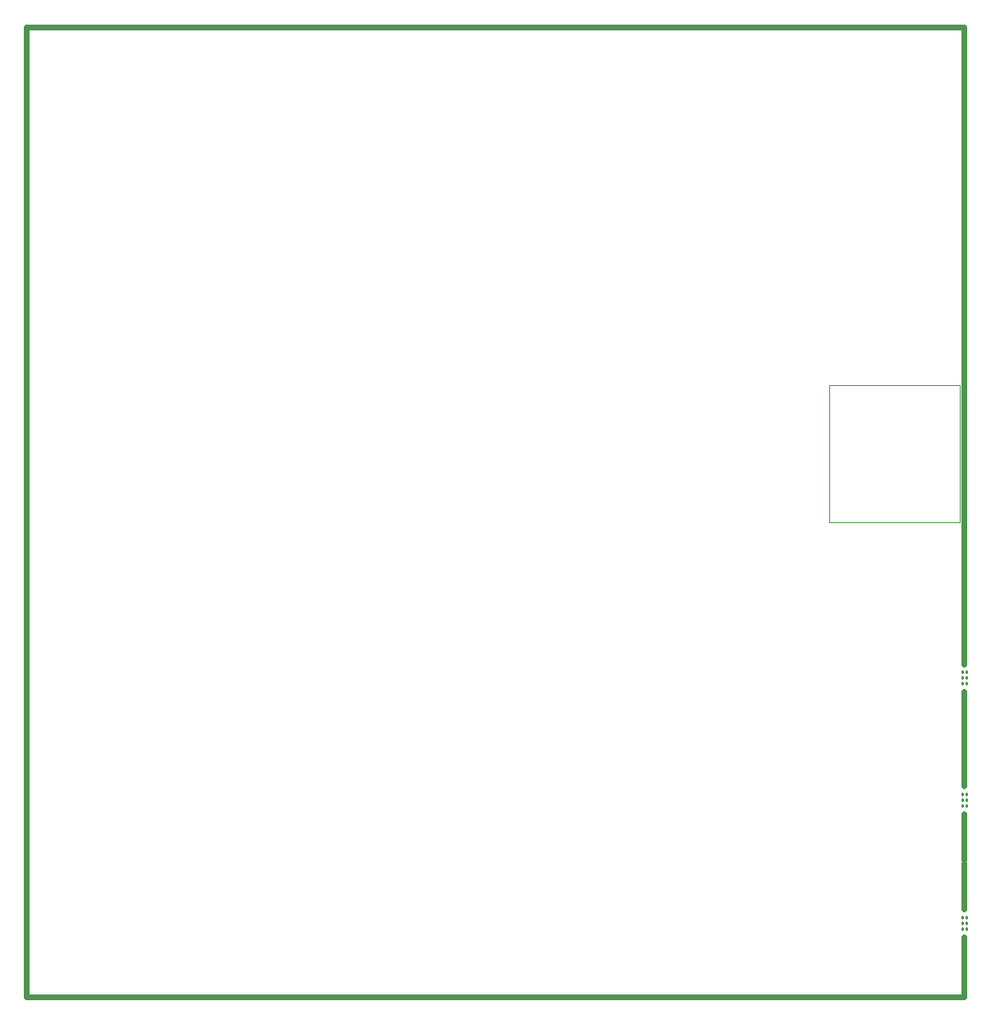
<source format=gko>
G04*
G04 #@! TF.GenerationSoftware,Altium Limited,Altium Designer,21.6.1 (37)*
G04*
G04 Layer_Color=8388736*
%FSLAX25Y25*%
%MOIN*%
G70*
G04*
G04 #@! TF.SameCoordinates,ED18229B-BDCB-4A3C-9D88-49826DFA0344*
G04*
G04*
G04 #@! TF.FilePolarity,Positive*
G04*
G01*
G75*
%ADD22C,0.02362*%
%ADD23C,0.00984*%
%ADD24C,0.00394*%
D22*
X379134Y153150D02*
Y392913D01*
X-1575D02*
X379134D01*
X-1575Y-787D02*
Y392913D01*
Y-787D02*
X379134D01*
Y23622D01*
Y34646D02*
Y53543D01*
Y84646D02*
Y103543D01*
Y54724D02*
Y73622D01*
Y104331D02*
Y123228D01*
Y134252D02*
Y153150D01*
Y392913D01*
X-1575D02*
X379134D01*
X-1575Y-787D02*
Y392913D01*
Y-787D02*
X379134D01*
Y23622D01*
Y34646D02*
Y53543D01*
Y84646D02*
Y103543D01*
Y54724D02*
Y73622D01*
Y104331D02*
Y123228D01*
Y134252D02*
Y153150D01*
D23*
X378346Y31102D02*
Y31890D01*
Y28740D02*
Y29528D01*
Y26378D02*
Y27165D01*
X379921Y31102D02*
Y31890D01*
Y28740D02*
Y29528D01*
Y26378D02*
Y27165D01*
X378346Y81102D02*
Y81890D01*
Y78740D02*
Y79528D01*
Y76378D02*
Y77165D01*
X379921Y81102D02*
Y81890D01*
Y78740D02*
Y79528D01*
Y76378D02*
Y77165D01*
Y125984D02*
Y126772D01*
Y128347D02*
Y129134D01*
Y130709D02*
Y131496D01*
X378346Y125984D02*
Y126772D01*
Y128347D02*
Y129134D01*
Y130709D02*
Y131496D01*
Y31102D02*
Y31890D01*
Y28740D02*
Y29528D01*
Y26378D02*
Y27165D01*
X379921Y31102D02*
Y31890D01*
Y28740D02*
Y29528D01*
Y26378D02*
Y27165D01*
X378346Y81102D02*
Y81890D01*
Y78740D02*
Y79528D01*
Y76378D02*
Y77165D01*
X379921Y81102D02*
Y81890D01*
Y78740D02*
Y79528D01*
Y76378D02*
Y77165D01*
Y125984D02*
Y126772D01*
Y128347D02*
Y129134D01*
Y130709D02*
Y131496D01*
X378346Y125984D02*
Y126772D01*
Y128347D02*
Y129134D01*
Y130709D02*
Y131496D01*
D24*
X324485Y191908D02*
X377194Y191908D01*
X377194Y247452D02*
X377194Y191908D01*
X324485Y247452D02*
X377194Y247452D01*
X324485Y191908D02*
Y247452D01*
Y191908D02*
X377194Y191908D01*
X377194Y247452D02*
X377194Y191908D01*
X324485Y247452D02*
X377194Y247452D01*
X324485Y191908D02*
Y247452D01*
M02*

</source>
